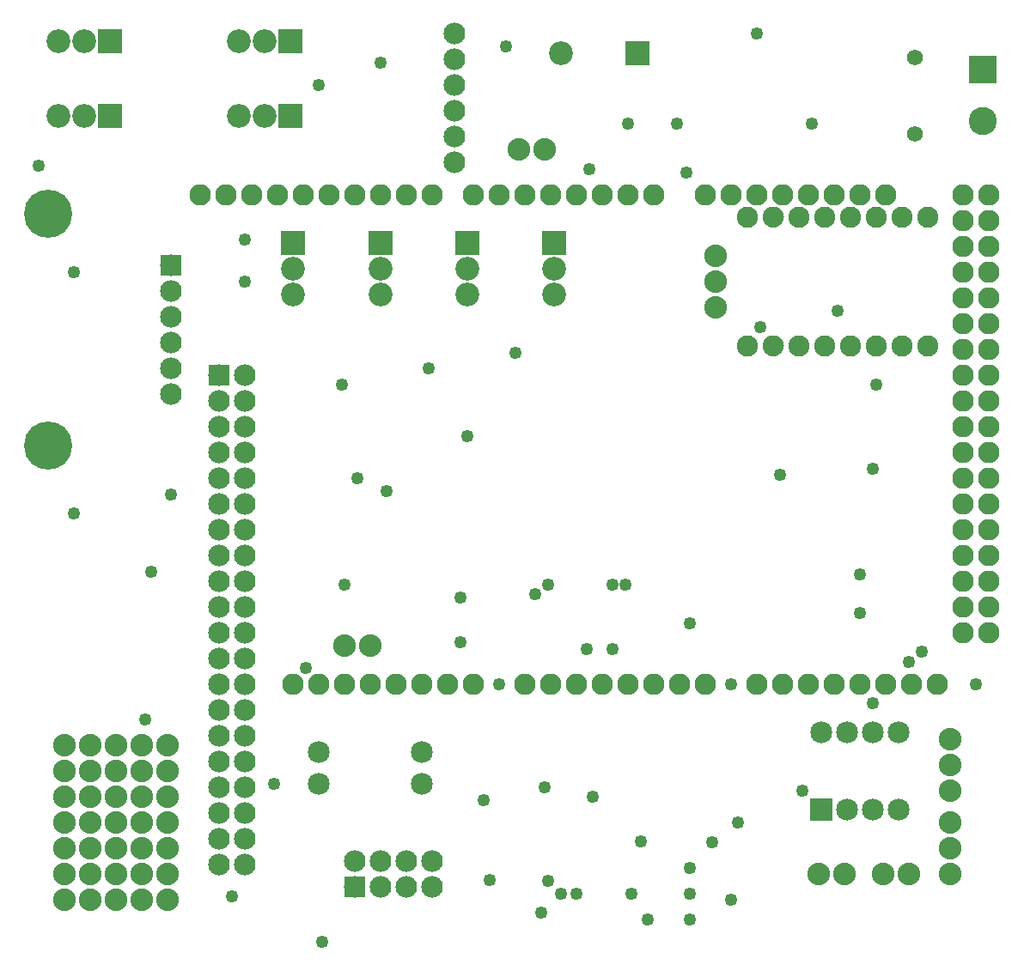
<source format=gbs>
G04 MADE WITH FRITZING*
G04 WWW.FRITZING.ORG*
G04 DOUBLE SIDED*
G04 HOLES PLATED*
G04 CONTOUR ON CENTER OF CONTOUR VECTOR*
%ASAXBY*%
%FSLAX23Y23*%
%MOIN*%
%OFA0B0*%
%SFA1.0B1.0*%
%ADD10C,0.085000*%
%ADD11C,0.084000*%
%ADD12C,0.049370*%
%ADD13C,0.082472*%
%ADD14C,0.082445*%
%ADD15C,0.082417*%
%ADD16C,0.187165*%
%ADD17C,0.088000*%
%ADD18C,0.082917*%
%ADD19C,0.092000*%
%ADD20C,0.061496*%
%ADD21C,0.109055*%
%ADD22R,0.084000X0.084000*%
%ADD23R,0.085000X0.085000*%
%ADD24R,0.092000X0.092000*%
%ADD25R,0.109055X0.109055*%
%ADD26R,0.001000X0.001000*%
%LNMASK0*%
G90*
G70*
G54D10*
X1582Y907D03*
X1182Y907D03*
X1582Y782D03*
X1182Y782D03*
G54D11*
X1319Y482D03*
X1419Y482D03*
X1519Y482D03*
X1619Y482D03*
X1319Y382D03*
X1419Y382D03*
X1519Y382D03*
X1619Y382D03*
G54D12*
X232Y1832D03*
X2882Y3695D03*
X1282Y1557D03*
X532Y1607D03*
X2457Y257D03*
X2432Y558D03*
X1732Y1507D03*
X232Y2770D03*
X1907Y3645D03*
X3094Y3345D03*
X2607Y3157D03*
X894Y2895D03*
X2244Y732D03*
X2057Y770D03*
X1194Y170D03*
X1844Y408D03*
X2782Y332D03*
X2807Y632D03*
X3519Y1295D03*
X3282Y1445D03*
X1419Y3582D03*
X1332Y1970D03*
X1444Y1920D03*
X1757Y2132D03*
X1007Y782D03*
G54D13*
X2844Y2482D03*
X3544Y2982D03*
X3444Y2982D03*
X3344Y2982D03*
X3244Y2982D03*
X3144Y2982D03*
G54D14*
X3044Y2982D03*
G54D13*
X2844Y2982D03*
G54D14*
X3544Y2482D03*
G54D15*
X3444Y2482D03*
G54D14*
X3344Y2482D03*
G54D13*
X3244Y2482D03*
G54D14*
X3144Y2482D03*
G54D15*
X3044Y2482D03*
G54D12*
X2707Y557D03*
X2019Y1520D03*
X2232Y3170D03*
X2070Y407D03*
X2569Y3345D03*
X2382Y3345D03*
X607Y1907D03*
G54D11*
X607Y2794D03*
X607Y2694D03*
X607Y2594D03*
X607Y2494D03*
X607Y2394D03*
X607Y2294D03*
G54D12*
X844Y345D03*
X94Y3182D03*
X2394Y357D03*
X2182Y357D03*
X2119Y357D03*
X2044Y282D03*
X2620Y257D03*
X2619Y357D03*
X2619Y457D03*
X1819Y720D03*
X3469Y1257D03*
X894Y2732D03*
X3344Y2332D03*
X3282Y1595D03*
X2319Y1557D03*
X2619Y1407D03*
X1132Y1232D03*
X2219Y1307D03*
X2069Y1557D03*
X2319Y1307D03*
X2369Y1557D03*
X1732Y1332D03*
X3732Y1170D03*
G54D11*
X1707Y3695D03*
X1707Y3595D03*
X1707Y3495D03*
X1707Y3395D03*
X1707Y3295D03*
X1707Y3195D03*
X1707Y3695D03*
X1707Y3595D03*
X1707Y3495D03*
X1707Y3395D03*
X1707Y3295D03*
X1707Y3195D03*
G54D12*
X3057Y757D03*
G54D16*
X132Y2095D03*
X132Y2995D03*
G54D12*
X1607Y2395D03*
X1944Y2457D03*
X1269Y2332D03*
X1182Y3495D03*
X3332Y1095D03*
X1882Y1170D03*
X507Y1032D03*
X2782Y1170D03*
X3194Y2620D03*
X2969Y1982D03*
X3332Y2007D03*
G54D17*
X594Y332D03*
X494Y332D03*
X394Y332D03*
X294Y332D03*
X194Y332D03*
X594Y932D03*
X494Y932D03*
X394Y932D03*
X294Y932D03*
X194Y932D03*
X194Y732D03*
X294Y732D03*
X394Y732D03*
X494Y732D03*
X494Y432D03*
X494Y532D03*
X194Y432D03*
X194Y532D03*
X294Y432D03*
X294Y532D03*
X394Y432D03*
X394Y532D03*
X594Y432D03*
X594Y532D03*
X194Y832D03*
X294Y832D03*
X394Y832D03*
X494Y832D03*
X494Y632D03*
X594Y632D03*
X1382Y1320D03*
X1282Y1320D03*
X194Y632D03*
X294Y632D03*
X394Y632D03*
X594Y832D03*
X594Y732D03*
G54D12*
X2894Y2557D03*
G54D10*
X3132Y682D03*
X3132Y982D03*
X3232Y682D03*
X3232Y982D03*
X3332Y682D03*
X3332Y982D03*
X3432Y682D03*
X3432Y982D03*
G54D11*
X894Y2370D03*
X894Y2270D03*
X894Y2170D03*
X894Y2070D03*
X894Y1970D03*
X894Y1870D03*
X894Y1770D03*
X894Y1670D03*
X894Y1570D03*
X894Y1470D03*
X894Y1370D03*
X894Y1270D03*
X894Y1170D03*
X894Y1070D03*
X894Y970D03*
X894Y870D03*
X894Y770D03*
X894Y670D03*
X894Y570D03*
X894Y470D03*
X794Y2370D03*
X794Y2270D03*
X794Y2170D03*
X794Y2070D03*
X794Y1970D03*
X794Y1870D03*
X794Y1770D03*
X794Y1670D03*
X794Y1570D03*
X794Y1470D03*
X794Y1370D03*
X794Y1270D03*
X794Y1170D03*
X794Y1070D03*
X794Y970D03*
X794Y870D03*
X794Y770D03*
X794Y670D03*
X794Y570D03*
X794Y470D03*
G54D18*
X2982Y1170D03*
X1382Y1170D03*
X3082Y1170D03*
X3182Y1170D03*
X3282Y1170D03*
X3382Y1170D03*
X3682Y2570D03*
X3482Y1170D03*
X3582Y1170D03*
X1422Y3070D03*
X1982Y1170D03*
X2082Y1170D03*
X2182Y1170D03*
X2282Y1170D03*
X3682Y1770D03*
X2382Y1170D03*
X2482Y1170D03*
X2582Y1170D03*
X2682Y1170D03*
X2182Y3070D03*
X3682Y2970D03*
X3682Y2170D03*
X3682Y1370D03*
X1022Y3070D03*
X1782Y1170D03*
X1782Y3070D03*
X3682Y2770D03*
X3682Y2370D03*
X3682Y1970D03*
X3382Y3070D03*
X3682Y1570D03*
X3282Y3070D03*
X3182Y3070D03*
X3082Y3070D03*
X2982Y3070D03*
X2882Y3070D03*
X2782Y3070D03*
X2682Y3070D03*
X822Y3070D03*
X1222Y3070D03*
X1622Y3070D03*
X1182Y1170D03*
X1582Y1170D03*
X2382Y3070D03*
X1982Y3070D03*
X3682Y3070D03*
X3682Y2870D03*
X3682Y2670D03*
X3682Y2470D03*
X3682Y2270D03*
X3682Y2070D03*
X3682Y1870D03*
X3682Y1670D03*
X3682Y1470D03*
X722Y3070D03*
X922Y3070D03*
X1122Y3070D03*
X1322Y3070D03*
X1522Y3070D03*
X1082Y1170D03*
X1282Y1170D03*
X1482Y1170D03*
X1682Y1170D03*
X2482Y3070D03*
X2282Y3070D03*
X2082Y3070D03*
X1882Y3070D03*
X3782Y3070D03*
X3782Y2970D03*
X3782Y2870D03*
X3782Y2770D03*
X3782Y2670D03*
X3782Y2570D03*
X3782Y2470D03*
X3782Y2370D03*
X3782Y2270D03*
X3782Y2170D03*
X3782Y2070D03*
X3782Y1970D03*
X3782Y1870D03*
X3782Y1770D03*
X3782Y1670D03*
X3782Y1570D03*
X3782Y1470D03*
X3782Y1370D03*
X2882Y1170D03*
G54D19*
X1419Y2882D03*
X1419Y2782D03*
X1419Y2682D03*
X2094Y2882D03*
X2094Y2782D03*
X2094Y2682D03*
X1757Y2882D03*
X1757Y2782D03*
X1757Y2682D03*
X1082Y2882D03*
X1082Y2782D03*
X1082Y2682D03*
G54D17*
X3632Y432D03*
X3632Y532D03*
X3632Y632D03*
X3632Y957D03*
X3632Y857D03*
X3632Y757D03*
X2057Y3245D03*
X1957Y3245D03*
X2719Y2832D03*
X2719Y2732D03*
X2719Y2632D03*
X3119Y432D03*
X3219Y432D03*
X3469Y432D03*
X3369Y432D03*
G54D19*
X2417Y3620D03*
X2119Y3620D03*
G54D20*
X3494Y3307D03*
X3494Y3603D03*
G54D19*
X369Y3377D03*
X269Y3377D03*
X169Y3377D03*
X1069Y3664D03*
X969Y3664D03*
X869Y3664D03*
X369Y3664D03*
X269Y3664D03*
X169Y3664D03*
X1069Y3377D03*
X969Y3377D03*
X869Y3377D03*
G54D21*
X3757Y3557D03*
X3757Y3357D03*
G54D22*
X1319Y382D03*
X607Y2794D03*
G54D23*
X3132Y682D03*
G54D22*
X794Y2370D03*
G54D24*
X1419Y2882D03*
X2094Y2882D03*
X1757Y2882D03*
X1082Y2882D03*
X2418Y3620D03*
X369Y3377D03*
X1069Y3664D03*
X369Y3664D03*
X1069Y3377D03*
G54D25*
X3757Y3557D03*
G54D26*
X2943Y3024D02*
X2944Y3024D01*
X2936Y3023D02*
X2952Y3023D01*
X2932Y3022D02*
X2956Y3022D01*
X2929Y3021D02*
X2959Y3021D01*
X2927Y3020D02*
X2961Y3020D01*
X2925Y3019D02*
X2963Y3019D01*
X2923Y3018D02*
X2965Y3018D01*
X2921Y3017D02*
X2966Y3017D01*
X2920Y3016D02*
X2968Y3016D01*
X2919Y3015D02*
X2969Y3015D01*
X2917Y3014D02*
X2970Y3014D01*
X2916Y3013D02*
X2971Y3013D01*
X2915Y3012D02*
X2972Y3012D01*
X2914Y3011D02*
X2973Y3011D01*
X2913Y3010D02*
X2974Y3010D01*
X2913Y3009D02*
X2975Y3009D01*
X2912Y3008D02*
X2976Y3008D01*
X2911Y3007D02*
X2977Y3007D01*
X2910Y3006D02*
X2977Y3006D01*
X2910Y3005D02*
X2978Y3005D01*
X2909Y3004D02*
X2979Y3004D01*
X2908Y3003D02*
X2979Y3003D01*
X2908Y3002D02*
X2980Y3002D01*
X2907Y3001D02*
X2980Y3001D01*
X2907Y3000D02*
X2981Y3000D01*
X2906Y2999D02*
X2981Y2999D01*
X2906Y2998D02*
X2982Y2998D01*
X2906Y2997D02*
X2982Y2997D01*
X2905Y2996D02*
X2982Y2996D01*
X2905Y2995D02*
X2983Y2995D01*
X2905Y2994D02*
X2983Y2994D01*
X2905Y2993D02*
X2983Y2993D01*
X2904Y2992D02*
X2983Y2992D01*
X2904Y2991D02*
X2984Y2991D01*
X2904Y2990D02*
X2984Y2990D01*
X2904Y2989D02*
X2984Y2989D01*
X2904Y2988D02*
X2984Y2988D01*
X2903Y2987D02*
X2984Y2987D01*
X2903Y2986D02*
X2984Y2986D01*
X2903Y2985D02*
X2984Y2985D01*
X2903Y2984D02*
X2985Y2984D01*
X2903Y2983D02*
X2985Y2983D01*
X2903Y2982D02*
X2985Y2982D01*
X2903Y2981D02*
X2984Y2981D01*
X2903Y2980D02*
X2984Y2980D01*
X2903Y2979D02*
X2984Y2979D01*
X2904Y2978D02*
X2984Y2978D01*
X2904Y2977D02*
X2984Y2977D01*
X2904Y2976D02*
X2984Y2976D01*
X2904Y2975D02*
X2984Y2975D01*
X2904Y2974D02*
X2984Y2974D01*
X2904Y2973D02*
X2983Y2973D01*
X2905Y2972D02*
X2983Y2972D01*
X2905Y2971D02*
X2983Y2971D01*
X2905Y2970D02*
X2983Y2970D01*
X2906Y2969D02*
X2982Y2969D01*
X2906Y2968D02*
X2982Y2968D01*
X2906Y2967D02*
X2981Y2967D01*
X2907Y2966D02*
X2981Y2966D01*
X2907Y2965D02*
X2980Y2965D01*
X2908Y2964D02*
X2980Y2964D01*
X2908Y2963D02*
X2979Y2963D01*
X2909Y2962D02*
X2979Y2962D01*
X2909Y2961D02*
X2978Y2961D01*
X2910Y2960D02*
X2978Y2960D01*
X2911Y2959D02*
X2977Y2959D01*
X2912Y2958D02*
X2976Y2958D01*
X2912Y2957D02*
X2975Y2957D01*
X2913Y2956D02*
X2975Y2956D01*
X2914Y2955D02*
X2974Y2955D01*
X2915Y2954D02*
X2973Y2954D01*
X2916Y2953D02*
X2972Y2953D01*
X2917Y2952D02*
X2971Y2952D01*
X2918Y2951D02*
X2970Y2951D01*
X2920Y2950D02*
X2968Y2950D01*
X2921Y2949D02*
X2967Y2949D01*
X2922Y2948D02*
X2965Y2948D01*
X2924Y2947D02*
X2964Y2947D01*
X2926Y2946D02*
X2962Y2946D01*
X2928Y2945D02*
X2960Y2945D01*
X2931Y2944D02*
X2957Y2944D01*
X2934Y2943D02*
X2954Y2943D01*
X2939Y2942D02*
X2949Y2942D01*
X2944Y2524D02*
X2944Y2524D01*
X2936Y2523D02*
X2952Y2523D01*
X2932Y2522D02*
X2956Y2522D01*
X2929Y2521D02*
X2959Y2521D01*
X2927Y2520D02*
X2961Y2520D01*
X2925Y2519D02*
X2963Y2519D01*
X2923Y2518D02*
X2965Y2518D01*
X2921Y2517D02*
X2966Y2517D01*
X2920Y2516D02*
X2968Y2516D01*
X2919Y2515D02*
X2969Y2515D01*
X2918Y2514D02*
X2970Y2514D01*
X2916Y2513D02*
X2971Y2513D01*
X2915Y2512D02*
X2972Y2512D01*
X2914Y2511D02*
X2973Y2511D01*
X2913Y2510D02*
X2974Y2510D01*
X2913Y2509D02*
X2975Y2509D01*
X2912Y2508D02*
X2976Y2508D01*
X2911Y2507D02*
X2977Y2507D01*
X2910Y2506D02*
X2977Y2506D01*
X2910Y2505D02*
X2978Y2505D01*
X2909Y2504D02*
X2979Y2504D01*
X2909Y2503D02*
X2979Y2503D01*
X2908Y2502D02*
X2980Y2502D01*
X2907Y2501D02*
X2980Y2501D01*
X2907Y2500D02*
X2981Y2500D01*
X2906Y2499D02*
X2981Y2499D01*
X2906Y2498D02*
X2982Y2498D01*
X2906Y2497D02*
X2982Y2497D01*
X2905Y2496D02*
X2982Y2496D01*
X2905Y2495D02*
X2983Y2495D01*
X2905Y2494D02*
X2983Y2494D01*
X2905Y2493D02*
X2983Y2493D01*
X2904Y2492D02*
X2983Y2492D01*
X2904Y2491D02*
X2984Y2491D01*
X2904Y2490D02*
X2984Y2490D01*
X2904Y2489D02*
X2984Y2489D01*
X2904Y2488D02*
X2984Y2488D01*
X2903Y2487D02*
X2984Y2487D01*
X2903Y2486D02*
X2984Y2486D01*
X2903Y2485D02*
X2984Y2485D01*
X2903Y2484D02*
X2985Y2484D01*
X2903Y2483D02*
X2985Y2483D01*
X2903Y2482D02*
X2985Y2482D01*
X2903Y2481D02*
X2984Y2481D01*
X2903Y2480D02*
X2984Y2480D01*
X2903Y2479D02*
X2984Y2479D01*
X2904Y2478D02*
X2984Y2478D01*
X2904Y2477D02*
X2984Y2477D01*
X2904Y2476D02*
X2984Y2476D01*
X2904Y2475D02*
X2984Y2475D01*
X2904Y2474D02*
X2984Y2474D01*
X2904Y2473D02*
X2983Y2473D01*
X2905Y2472D02*
X2983Y2472D01*
X2905Y2471D02*
X2983Y2471D01*
X2905Y2470D02*
X2983Y2470D01*
X2906Y2469D02*
X2982Y2469D01*
X2906Y2468D02*
X2982Y2468D01*
X2906Y2467D02*
X2981Y2467D01*
X2907Y2466D02*
X2981Y2466D01*
X2907Y2465D02*
X2980Y2465D01*
X2908Y2464D02*
X2980Y2464D01*
X2908Y2463D02*
X2979Y2463D01*
X2909Y2462D02*
X2979Y2462D01*
X2910Y2461D02*
X2978Y2461D01*
X2910Y2460D02*
X2978Y2460D01*
X2911Y2459D02*
X2977Y2459D01*
X2912Y2458D02*
X2976Y2458D01*
X2912Y2457D02*
X2975Y2457D01*
X2913Y2456D02*
X2975Y2456D01*
X2914Y2455D02*
X2974Y2455D01*
X2915Y2454D02*
X2973Y2454D01*
X2916Y2453D02*
X2972Y2453D01*
X2917Y2452D02*
X2971Y2452D01*
X2918Y2451D02*
X2970Y2451D01*
X2920Y2450D02*
X2968Y2450D01*
X2921Y2449D02*
X2967Y2449D01*
X2922Y2448D02*
X2965Y2448D01*
X2924Y2447D02*
X2964Y2447D01*
X2926Y2446D02*
X2962Y2446D01*
X2928Y2445D02*
X2960Y2445D01*
X2931Y2444D02*
X2957Y2444D01*
X2934Y2443D02*
X2954Y2443D01*
X2939Y2442D02*
X2949Y2442D01*
D02*
G04 End of Mask0*
M02*
</source>
